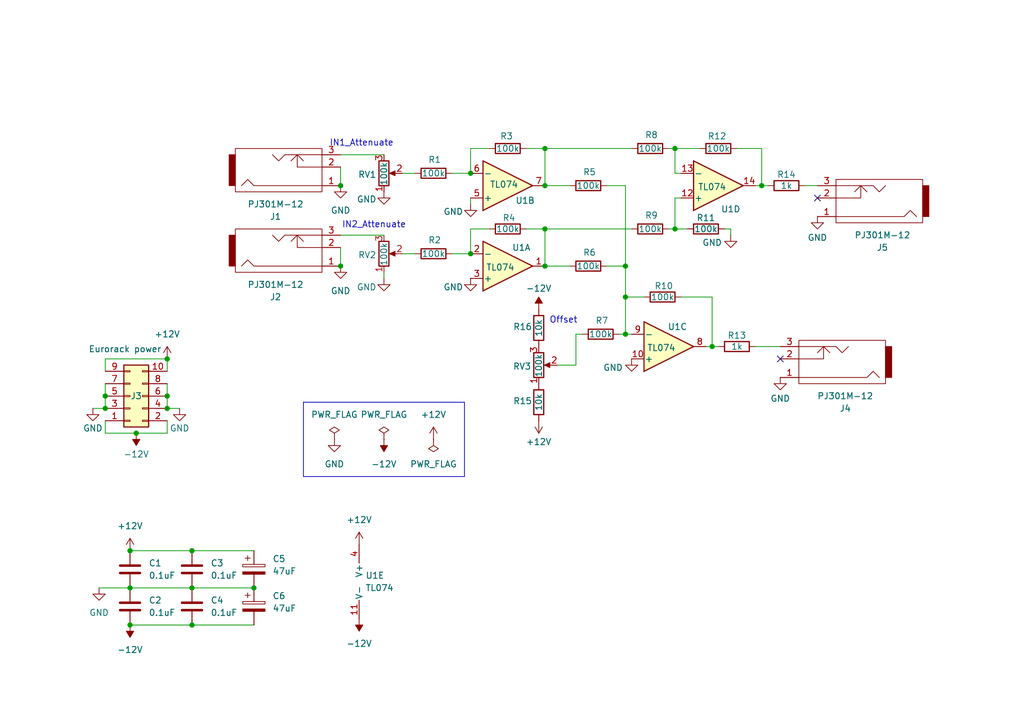
<source format=kicad_sch>
(kicad_sch (version 20231120) (generator "eeschema") (generator_version "8.0")
  (paper "A5")
  (title_block (title "Voltage Processor") (date "2024-08-06") (rev "0.3") (company "joppeboeve.nl"))
  (lib_symbols
    (symbol "Amplifier_Operational:TL074" (pin_names (offset 0.127))
      (property "Reference" "U" (at 0 5.08 0))
      (property "Value" "TL074" (at 0 -5.08 0))
      (symbol "TL074_1_1"
        (polyline (pts (xy -5.08 5.08) (xy 5.08 0) (xy -5.08 -5.08) (xy -5.08 5.08)) (stroke (width 0.254)) (fill (type background)))
        (pin output line (at 7.62 0 180) (length 2.54) (name "~") (number "1"))
        (pin input line (at -7.62 -2.54 0) (length 2.54) (name "-") (number "2"))
        (pin input line (at -7.62 2.54 0) (length 2.54) (name "+") (number "3"))
      )
      (symbol "TL074_2_1"
        (polyline (pts (xy -5.08 5.08) (xy 5.08 0) (xy -5.08 -5.08) (xy -5.08 5.08)) (stroke (width 0.254)) (fill (type background)))
        (pin input line (at -7.62 2.54 0) (length 2.54) (name "+") (number "5"))
        (pin input line (at -7.62 -2.54 0) (length 2.54) (name "-") (number "6"))
        (pin output line (at 7.62 0 180) (length 2.54) (name "~") (number "7"))
      )
      (symbol "TL074_3_1"
        (polyline (pts (xy -5.08 5.08) (xy 5.08 0) (xy -5.08 -5.08) (xy -5.08 5.08)) (stroke (width 0.254)) (fill (type background)))
        (pin input line (at -7.62 2.54 0) (length 2.54) (name "+") (number "10"))
        (pin output line (at 7.62 0 180) (length 2.54) (name "~") (number "8"))
        (pin input line (at -7.62 -2.54 0) (length 2.54) (name "-") (number "9"))
      )
      (symbol "TL074_4_1"
        (polyline (pts (xy -5.08 5.08) (xy 5.08 0) (xy -5.08 -5.08) (xy -5.08 5.08)) (stroke (width 0.254)) (fill (type background)))
        (pin input line (at -7.62 2.54 0) (length 2.54) (name "+") (number "12"))
        (pin input line (at -7.62 -2.54 0) (length 2.54) (name "-") (number "13"))
        (pin output line (at 7.62 0 180) (length 2.54) (name "~") (number "14"))
      )
      (symbol "TL074_5_1"
        (pin power_in line (at -2.54 -7.62 90) (length 3.81) (name "V-") (number "11"))
        (pin power_in line (at -2.54 7.62 270) (length 3.81) (name "V+") (number "4"))
      )
    )
    (symbol "Connector_Generic:Conn_02x05_Odd_Even" (pin_names (offset 1.016) hide)
      (property "Reference" "J" (at 1.27 7.62 0))
      (property "Value" "Conn_02x05_Odd_Even" (at 1.27 -7.62 0))
      (symbol "Conn_02x05_Odd_Even_1_1"
        (rectangle (start -1.27 -4.953) (end 0 -5.207) (stroke (width 0.1524)))
        (rectangle (start -1.27 -2.413) (end 0 -2.667) (stroke (width 0.1524)))
        (rectangle (start -1.27 0.127) (end 0 -0.127) (stroke (width 0.1524)))
        (rectangle (start -1.27 2.667) (end 0 2.413) (stroke (width 0.1524)))
        (rectangle (start -1.27 5.207) (end 0 4.953) (stroke (width 0.1524)))
        (rectangle (start -1.27 6.35) (end 3.81 -6.35) (stroke (width 0.254)) (fill (type background)))
        (rectangle (start 3.81 -4.953) (end 2.54 -5.207) (stroke (width 0.1524)))
        (rectangle (start 3.81 -2.413) (end 2.54 -2.667) (stroke (width 0.1524)))
        (rectangle (start 3.81 0.127) (end 2.54 -0.127) (stroke (width 0.1524)))
        (rectangle (start 3.81 2.667) (end 2.54 2.413) (stroke (width 0.1524)))
        (rectangle (start 3.81 5.207) (end 2.54 4.953) (stroke (width 0.1524)))
        (pin passive line (at -5.08 5.08 0) (length 3.81) (name "Pin_1") (number "1"))
        (pin passive line (at 7.62 -5.08 180) (length 3.81) (name "Pin_10") (number "10"))
        (pin passive line (at 7.62 5.08 180) (length 3.81) (name "Pin_2") (number "2"))
        (pin passive line (at -5.08 2.54 0) (length 3.81) (name "Pin_3") (number "3"))
        (pin passive line (at 7.62 2.54 180) (length 3.81) (name "Pin_4") (number "4"))
        (pin passive line (at -5.08 0 0) (length 3.81) (name "Pin_5") (number "5"))
        (pin passive line (at 7.62 0 180) (length 3.81) (name "Pin_6") (number "6"))
        (pin passive line (at -5.08 -2.54 0) (length 3.81) (name "Pin_7") (number "7"))
        (pin passive line (at 7.62 -2.54 180) (length 3.81) (name "Pin_8") (number "8"))
        (pin passive line (at -5.08 -5.08 0) (length 3.81) (name "Pin_9") (number "9"))
      )
    )
    (symbol "Device:C" (pin_numbers hide) (pin_names (offset 0.254))
      (property "Reference" "C" (at 0.635 2.54 0))
      (property "Value" "C" (at 0.635 -2.54 0))
      (symbol "C_0_1"
        (polyline (pts (xy -2.032 -0.762) (xy 2.032 -0.762)) (stroke (width 0.508)))
        (polyline (pts (xy -2.032 0.762) (xy 2.032 0.762)) (stroke (width 0.508)))
      )
      (symbol "C_1_1"
        (pin passive line (at 0 3.81 270) (length 2.794) (name "~") (number "1"))
        (pin passive line (at 0 -3.81 90) (length 2.794) (name "~") (number "2"))
      )
    )
    (symbol "Device:C_Polarized" (pin_numbers hide) (pin_names (offset 0.254))
      (property "Reference" "C" (at 0.635 2.54 0))
      (property "Value" "C_Polarized" (at 0.635 -2.54 0))
      (symbol "C_Polarized_0_1"
        (rectangle (start -2.286 0.508) (end 2.286 1.016))
        (polyline (pts (xy -1.778 2.286) (xy -0.762 2.286)))
        (polyline (pts (xy -1.27 2.794) (xy -1.27 1.778)))
        (rectangle (start 2.286 -0.508) (end -2.286 -1.016) (fill (type outline)))
      )
      (symbol "C_Polarized_1_1"
        (pin passive line (at 0 3.81 270) (length 2.794) (name "~") (number "1"))
        (pin passive line (at 0 -3.81 90) (length 2.794) (name "~") (number "2"))
      )
    )
    (symbol "Device:R" (pin_numbers hide) (pin_names (offset 0))
      (property "Reference" "R" (at 2.032 0 90))
      (property "Value" "R" (at 0 0 90))
      (symbol "R_0_1"
        (rectangle (start -1.016 -2.54) (end 1.016 2.54) (stroke (width 0.254)))
      )
      (symbol "R_1_1"
        (pin passive line (at 0 3.81 270) (length 1.27) (name "~") (number "1"))
        (pin passive line (at 0 -3.81 90) (length 1.27) (name "~") (number "2"))
      )
    )
    (symbol "Device:R_Potentiometer" (pin_names (offset 1.016) hide)
      (property "Reference" "RV" (at -4.445 0 90))
      (property "Value" "R_Potentiometer" (at -2.54 0 90))
      (symbol "R_Potentiometer_0_1"
        (polyline (pts (xy 2.54 0) (xy 1.524 0)))
        (polyline (pts (xy 1.143 0) (xy 2.286 0.508) (xy 2.286 -0.508) (xy 1.143 0)) (fill (type outline)))
        (rectangle (start 1.016 2.54) (end -1.016 -2.54) (stroke (width 0.254)))
      )
      (symbol "R_Potentiometer_1_1"
        (pin passive line (at 0 3.81 270) (length 1.27) (name "1") (number "1"))
        (pin passive line (at 3.81 0 180) (length 1.27) (name "2") (number "2"))
        (pin passive line (at 0 -3.81 90) (length 1.27) (name "3") (number "3"))
      )
    )
    (symbol "eurocad:PJ301M-12" (pin_names (offset 1.016))
      (property "Reference" "J" (at -8.89 -5.08 0))
      (property "Value" "PJ301M-12" (at -3.81 6.35 0))
      (symbol "PJ301M-12_0_1"
        (rectangle (start -11.43 3.81) (end -10.16 -2.54) (fill (type outline)))
        (polyline (pts (xy 3.81 0) (xy 7.62 0) (xy 7.62 0)))
        (polyline (pts (xy 0 -2.54) (xy -1.27 -1.27) (xy -2.54 -2.54) (xy -2.54 -2.54)))
        (polyline (pts (xy 0 -2.54) (xy 7.62 -2.54) (xy 7.62 -2.54) (xy 7.62 -2.54)))
        (polyline (pts (xy 1.27 -1.27) (xy 2.54 -2.54) (xy 3.81 -1.27) (xy 3.81 -1.27)))
        (polyline (pts (xy 3.81 0) (xy 2.54 0) (xy 2.54 -2.54) (xy 2.54 -2.54)))
        (polyline (pts (xy 7.62 3.81) (xy -6.35 3.81) (xy -7.62 2.54) (xy -8.89 3.81) (xy -8.89 3.81)))
        (rectangle (start 7.62 -3.81) (end -10.16 5.08))
      )
      (symbol "PJ301M-12_1_1"
        (pin passive line (at 11.43 3.81 180) (length 3.81) (name "~") (number "1"))
        (pin passive line (at 11.43 0 180) (length 3.81) (name "~") (number "2"))
        (pin passive line (at 11.43 -2.54 180) (length 3.81) (name "~") (number "3"))
      )
    )
    (symbol "power:+12V" (power) (pin_numbers hide) (pin_names (offset 0) hide)
      (property "Value" "+12V" (at 0 3.556 0))
      (symbol "+12V_0_1"
        (polyline (pts (xy -0.762 1.27) (xy 0 2.54)))
        (polyline (pts (xy 0 0) (xy 0 2.54)))
        (polyline (pts (xy 0 2.54) (xy 0.762 1.27)))
      )
      (symbol "+12V_1_1"
        (pin power_in line (at 0 0 90) (length 0) (name "~") (number "1"))
      )
    )
    (symbol "power:-12V" (power) (pin_numbers hide) (pin_names (offset 0) hide)
      (property "Value" "-12V" (at 0 3.556 0))
      (symbol "-12V_0_0"
        (pin power_in line (at 0 0 90) (length 0) (name "~") (number "1"))
      )
      (symbol "-12V_0_1"
        (polyline (pts (xy 0 0) (xy 0 1.27) (xy 0.762 1.27) (xy 0 2.54) (xy -0.762 1.27) (xy 0 1.27)) (fill (type outline)))
      )
    )
    (symbol "power:GND" (power) (pin_numbers hide) (pin_names (offset 0) hide)
      (property "Value" "GND" (at 0 -3.81 0))
      (symbol "GND_0_1"
        (polyline (pts (xy 0 0) (xy 0 -1.27) (xy 1.27 -1.27) (xy 0 -2.54) (xy -1.27 -1.27) (xy 0 -1.27)))
      )
      (symbol "GND_1_1"
        (pin power_in line (at 0 0 270) (length 0) (name "~") (number "1"))
      )
    )
    (symbol "power:PWR_FLAG" (power) (pin_numbers hide) (pin_names (offset 0) hide)
      (property "Value" "PWR_FLAG" (at 0 3.81 0))
      (symbol "PWR_FLAG_0_0"
        (pin power_out line (at 0 0 90) (length 0) (name "~") (number "1"))
      )
      (symbol "PWR_FLAG_0_1"
        (polyline (pts (xy 0 0) (xy 0 1.27) (xy -1.016 1.905) (xy 0 2.54) (xy 1.016 1.905) (xy 0 1.27)))
      )
    )
  )
  (junction (at 21.59 81.28))
  (junction (at 146.05 71.12))
  (junction (at 34.29 73.66))
  (junction (at 111.76 30.48))
  (junction (at 96.52 35.56))
  (junction (at 128.27 68.58))
  (junction (at 26.67 128.27))
  (junction (at 138.43 30.48))
  (junction (at 21.59 83.82))
  (junction (at 69.85 54.61))
  (junction (at 128.27 54.61))
  (junction (at 52.07 120.65))
  (junction (at 111.76 46.99))
  (junction (at 111.76 54.61))
  (junction (at 69.85 38.1))
  (junction (at 34.29 81.28))
  (junction (at 138.43 46.99))
  (junction (at 26.67 113.03))
  (junction (at 156.21 38.1))
  (junction (at 128.27 60.96))
  (junction (at 26.67 120.65))
  (junction (at 39.37 120.65))
  (junction (at 27.94 88.9))
  (junction (at 111.76 38.1))
  (junction (at 39.37 128.27))
  (junction (at 96.52 52.07))
  (junction (at 34.29 83.82))
  (junction (at 39.37 113.03))
  (no_connect (at 160.02 73.66))
  (no_connect (at 167.64 40.64))
  (wire (pts (xy 137.16 46.99) (xy 138.43 46.99)))
  (wire (pts (xy 118.11 68.58) (xy 119.38 68.58)))
  (wire (pts (xy 82.55 35.56) (xy 85.09 35.56)))
  (wire (pts (xy 111.76 38.1) (xy 116.84 38.1)))
  (wire (pts (xy 100.33 46.99) (xy 96.52 46.99)))
  (wire (pts (xy 138.43 30.48) (xy 138.43 35.56)))
  (wire (pts (xy 26.67 120.65) (xy 39.37 120.65)))
  (wire (pts (xy 21.59 73.66) (xy 34.29 73.66)))
  (wire (pts (xy 20.32 120.65) (xy 26.67 120.65)))
  (wire (pts (xy 21.59 88.9) (xy 21.59 86.36)))
  (wire (pts (xy 114.3 74.93) (xy 118.11 74.93)))
  (wire (pts (xy 107.95 30.48) (xy 111.76 30.48)))
  (wire (pts (xy 78.74 31.75) (xy 69.85 31.75)))
  (wire (pts (xy 111.76 30.48) (xy 111.76 38.1)))
  (wire (pts (xy 138.43 40.64) (xy 138.43 46.99)))
  (wire (pts (xy 138.43 40.64) (xy 139.7 40.64)))
  (wire (pts (xy 140.97 46.99) (xy 138.43 46.99)))
  (wire (pts (xy 118.11 68.58) (xy 118.11 74.93)))
  (wire (pts (xy 129.54 68.58) (xy 128.27 68.58)))
  (wire (pts (xy 19.05 83.82) (xy 21.59 83.82)))
  (wire (pts (xy 96.52 30.48) (xy 96.52 35.56)))
  (wire (pts (xy 146.05 71.12) (xy 147.32 71.12)))
  (wire (pts (xy 21.59 76.2) (xy 21.59 73.66)))
  (wire (pts (xy 146.05 60.96) (xy 146.05 71.12)))
  (wire (pts (xy 107.95 46.99) (xy 111.76 46.99)))
  (wire (pts (xy 137.16 30.48) (xy 138.43 30.48)))
  (wire (pts (xy 78.74 57.15) (xy 78.74 55.88)))
  (wire (pts (xy 34.29 73.66) (xy 34.29 76.2)))
  (wire (pts (xy 128.27 38.1) (xy 128.27 54.61)))
  (wire (pts (xy 128.27 60.96) (xy 128.27 68.58)))
  (wire (pts (xy 149.86 46.99) (xy 149.86 48.26)))
  (wire (pts (xy 128.27 60.96) (xy 132.08 60.96)))
  (wire (pts (xy 34.29 81.28) (xy 34.29 83.82)))
  (wire (pts (xy 128.27 54.61) (xy 124.46 54.61)))
  (polyline (pts (xy 62.23 82.55) (xy 62.23 97.79)))
  (wire (pts (xy 100.33 30.48) (xy 96.52 30.48)))
  (wire (pts (xy 149.86 46.99) (xy 148.59 46.99)))
  (wire (pts (xy 151.13 30.48) (xy 156.21 30.48)))
  (wire (pts (xy 92.71 35.56) (xy 96.52 35.56)))
  (polyline (pts (xy 62.23 97.79) (xy 95.25 97.79)))
  (wire (pts (xy 21.59 88.9) (xy 27.94 88.9)))
  (wire (pts (xy 111.76 46.99) (xy 129.54 46.99)))
  (wire (pts (xy 27.94 88.9) (xy 34.29 88.9)))
  (wire (pts (xy 154.94 71.12) (xy 160.02 71.12)))
  (wire (pts (xy 111.76 54.61) (xy 116.84 54.61)))
  (polyline (pts (xy 62.23 82.55) (xy 95.25 82.55)))
  (wire (pts (xy 69.85 34.29) (xy 69.85 38.1)))
  (wire (pts (xy 34.29 78.74) (xy 34.29 81.28)))
  (polyline (pts (xy 95.25 97.79) (xy 95.25 82.55)))
  (wire (pts (xy 26.67 128.27) (xy 39.37 128.27)))
  (wire (pts (xy 21.59 78.74) (xy 21.59 81.28)))
  (wire (pts (xy 127 68.58) (xy 128.27 68.58)))
  (wire (pts (xy 156.21 38.1) (xy 157.48 38.1)))
  (wire (pts (xy 92.71 52.07) (xy 96.52 52.07)))
  (wire (pts (xy 21.59 81.28) (xy 21.59 83.82)))
  (wire (pts (xy 139.7 60.96) (xy 146.05 60.96)))
  (wire (pts (xy 111.76 30.48) (xy 129.54 30.48)))
  (wire (pts (xy 111.76 46.99) (xy 111.76 54.61)))
  (wire (pts (xy 39.37 128.27) (xy 52.07 128.27)))
  (wire (pts (xy 69.85 48.26) (xy 78.74 48.26)))
  (wire (pts (xy 69.85 50.8) (xy 69.85 54.61)))
  (wire (pts (xy 156.21 38.1) (xy 154.94 38.1)))
  (wire (pts (xy 144.78 71.12) (xy 146.05 71.12)))
  (wire (pts (xy 128.27 38.1) (xy 124.46 38.1)))
  (wire (pts (xy 143.51 30.48) (xy 138.43 30.48)))
  (wire (pts (xy 156.21 30.48) (xy 156.21 38.1)))
  (wire (pts (xy 96.52 40.64) (xy 96.52 41.91)))
  (wire (pts (xy 128.27 54.61) (xy 128.27 60.96)))
  (wire (pts (xy 39.37 113.03) (xy 52.07 113.03)))
  (wire (pts (xy 26.67 113.03) (xy 39.37 113.03)))
  (wire (pts (xy 82.55 52.07) (xy 85.09 52.07)))
  (wire (pts (xy 34.29 86.36) (xy 34.29 88.9)))
  (wire (pts (xy 39.37 120.65) (xy 52.07 120.65)))
  (wire (pts (xy 138.43 35.56) (xy 139.7 35.56)))
  (wire (pts (xy 96.52 46.99) (xy 96.52 52.07)))
  (wire (pts (xy 165.1 38.1) (xy 167.64 38.1)))
  (wire (pts (xy 36.83 83.82) (xy 34.29 83.82)))
  (text "IN1_Attenuate" (at 74.168 29.464 0) (effects (font (size 1.27 1.27))))
  (text "Offset" (at 115.57 65.786 0) (effects (font (size 1.27 1.27))))
  (text "IN2_Attenuate" (at 76.708 46.228 0) (effects (font (size 1.27 1.27))))
  (symbol (lib_id "Device:R") (at 133.35 46.99 90) (unit 1)
    (property "Reference" "R9" (at 133.604 44.196 90))
    (property "Value" "100k" (at 133.35 46.99 90))
    (property "Footprint" "Resistor_THT:R_Axial_DIN0204_L3.6mm_D1.6mm_P7.62mm_Horizontal" (effects (hide yes)))
    (property "Description" "Resistor" (effects (hide yes)))
  )
  (symbol (lib_id "eurocad:PJ301M-12") (at 171.45 73.66 180) (unit 1)
    (property "Reference" "J4" (at 173.355 83.82 0))
    (property "Value" "PJ301M-12" (at 173.355 81.28 0))
    (property "Footprint" "Eurocad:PJ301M-12" (effects (hide yes)))
  )
  (symbol (lib_id "power:+12V") (at 110.49 86.36 180) (unit 1)
    (property "Reference" "#PWR016" (effects (hide yes)))
    (property "Value" "+12V" (at 110.49 90.678 0))
    (property "Description" "Power symbol creates a global label with name \"+12V\"" (effects (hide yes)))
  )
  (symbol (lib_id "power:GND") (at 78.74 39.37 0) (unit 1)
    (property "Reference" "#PWR06" (effects (hide yes)))
    (property "Value" "GND" (at 75.184 40.894 0))
    (property "Description" "Power symbol creates a global label with name \"GND\" , ground" (effects (hide yes)))
  )
  (symbol (lib_id "Device:C") (at 26.67 116.84 0) (unit 1)
    (property "Reference" "C1" (at 30.48 115.5699 0) (effects (justify left)))
    (property "Value" "0.1uF" (at 30.48 118.1099 0) (effects (justify left)))
    (property "Footprint" "Capacitor_THT:C_Disc_D5.0mm_W2.5mm_P2.50mm" (effects (hide yes)))
    (property "Description" "Unpolarized capacitor" (effects (hide yes)))
  )
  (symbol (lib_id "Device:C") (at 39.37 124.46 0) (unit 1)
    (property "Reference" "C4" (at 43.18 123.1899 0) (effects (justify left)))
    (property "Value" "0.1uF" (at 43.18 125.7299 0) (effects (justify left)))
    (property "Footprint" "Capacitor_THT:C_Disc_D5.0mm_W2.5mm_P2.50mm" (effects (hide yes)))
    (property "Description" "Unpolarized capacitor" (effects (hide yes)))
  )
  (symbol (lib_id "power:+12V") (at 34.29 73.66 0) (unit 1)
    (property "Reference" "#PWR014" (effects (hide yes)))
    (property "Value" "+12V" (at 34.29 68.58 0))
    (property "Description" "Power symbol creates a global label with name \"+12V\"" (effects (hide yes)))
  )
  (symbol (lib_id "power:GND") (at 68.58 90.17 0) (unit 1)
    (property "Reference" "#PWR019" (effects (hide yes)))
    (property "Value" "GND" (at 68.58 95.25 0))
    (property "Description" "Power symbol creates a global label with name \"GND\" , ground" (effects (hide yes)))
  )
  (symbol (lib_id "Device:R") (at 88.9 35.56 90) (unit 1)
    (property "Reference" "R1" (at 89.154 32.766 90))
    (property "Value" "100k" (at 88.9 35.56 90))
    (property "Footprint" "Resistor_THT:R_Axial_DIN0204_L3.6mm_D1.6mm_P7.62mm_Horizontal" (effects (hide yes)))
    (property "Description" "Resistor" (effects (hide yes)))
  )
  (symbol (lib_id "power:GND") (at 69.85 54.61 0) (unit 1)
    (property "Reference" "#PWR05" (effects (hide yes)))
    (property "Value" "GND" (at 69.85 59.69 0))
    (property "Description" "Power symbol creates a global label with name \"GND\" , ground" (effects (hide yes)))
  )
  (symbol (lib_id "Device:R") (at 120.65 38.1 90) (unit 1)
    (property "Reference" "R5" (at 120.904 35.306 90))
    (property "Value" "100k" (at 120.65 38.1 90))
    (property "Footprint" "Resistor_THT:R_Axial_DIN0204_L3.6mm_D1.6mm_P7.62mm_Horizontal" (effects (hide yes)))
    (property "Description" "Resistor" (effects (hide yes)))
  )
  (symbol (lib_id "Device:R") (at 123.19 68.58 90) (unit 1)
    (property "Reference" "R7" (at 123.444 65.786 90))
    (property "Value" "100k" (at 123.19 68.58 90))
    (property "Footprint" "Resistor_THT:R_Axial_DIN0204_L3.6mm_D1.6mm_P7.62mm_Horizontal" (effects (hide yes)))
    (property "Description" "Resistor" (effects (hide yes)))
  )
  (symbol (lib_id "Device:R") (at 120.65 54.61 90) (unit 1)
    (property "Reference" "R6" (at 120.904 51.816 90))
    (property "Value" "100k" (at 120.65 54.61 90))
    (property "Footprint" "Resistor_THT:R_Axial_DIN0204_L3.6mm_D1.6mm_P7.62mm_Horizontal" (effects (hide yes)))
    (property "Description" "Resistor" (effects (hide yes)))
  )
  (symbol (lib_id "eurocad:PJ301M-12") (at 58.42 50.8 0) (mirror x) (unit 1)
    (property "Reference" "J2" (at 56.515 60.96 0))
    (property "Value" "PJ301M-12" (at 56.515 58.42 0))
    (property "Footprint" "Eurocad:PJ301M-12" (effects (hide yes)))
  )
  (symbol (lib_id "Amplifier_Operational:TL074") (at 147.32 38.1 0) (mirror x) (unit 4)
    (property "Reference" "U1" (at 149.86 42.926 0))
    (property "Value" "TL074" (at 146.05 38.354 0))
    (property "Footprint" "Package_DIP:DIP-14_W7.62mm" (effects (hide yes)))
    (property "Datasheet" "http://www.ti.com/lit/ds/symlink/tl071.pdf" (effects (hide yes)))
    (property "Description" "Quad Low-Noise JFET-Input Operational Amplifiers, DIP-14/SOIC-14" (effects (hide yes)))
  )
  (symbol (lib_id "Device:C_Polarized") (at 52.07 124.46 0) (unit 1)
    (property "Reference" "C6" (at 55.88 122.3009 0) (effects (justify left)))
    (property "Value" "47uF" (at 55.88 124.8409 0) (effects (justify left)))
    (property "Footprint" "Capacitor_THT:CP_Radial_D5.0mm_P2.00mm" (effects (hide yes)))
    (property "Description" "Polarized capacitor" (effects (hide yes)))
  )
  (symbol (lib_id "power:-12V") (at 26.67 128.27 180) (unit 1)
    (property "Reference" "#PWR03" (effects (hide yes)))
    (property "Value" "-12V" (at 26.67 133.35 0))
    (property "Description" "Power symbol creates a global label with name \"-12V\"" (effects (hide yes)))
  )
  (symbol (lib_id "eurocad:PJ301M-12") (at 179.07 40.64 180) (unit 1)
    (property "Reference" "J5" (at 180.975 50.8 0))
    (property "Value" "PJ301M-12" (at 180.975 48.26 0))
    (property "Footprint" "Eurocad:PJ301M-12" (effects (hide yes)))
  )
  (symbol (lib_id "power:GND") (at 19.05 83.82 0) (unit 1)
    (property "Reference" "#PWR010" (effects (hide yes)))
    (property "Value" "GND" (at 19.05 87.884 0))
    (property "Description" "Power symbol creates a global label with name \"GND\" , ground" (effects (hide yes)))
  )
  (symbol (lib_id "power:PWR_FLAG") (at 78.74 90.17 0) (unit 1)
    (property "Reference" "#FLG02" (effects (hide yes)))
    (property "Value" "PWR_FLAG" (at 78.74 85.09 0))
    (property "Description" "Special symbol for telling ERC where power comes from" (effects (hide yes)))
  )
  (symbol (lib_id "Device:R") (at 104.14 30.48 90) (unit 1)
    (property "Reference" "R3" (at 103.886 27.94 90))
    (property "Value" "100k" (at 104.14 30.48 90))
    (property "Footprint" "Resistor_THT:R_Axial_DIN0204_L3.6mm_D1.6mm_P7.62mm_Horizontal" (effects (hide yes)))
    (property "Description" "Resistor" (effects (hide yes)))
  )
  (symbol (lib_id "Device:C") (at 26.67 124.46 0) (unit 1)
    (property "Reference" "C2" (at 30.48 123.1899 0) (effects (justify left)))
    (property "Value" "0.1uF" (at 30.48 125.7299 0) (effects (justify left)))
    (property "Footprint" "Capacitor_THT:C_Disc_D5.0mm_W2.5mm_P2.50mm" (effects (hide yes)))
    (property "Description" "Unpolarized capacitor" (effects (hide yes)))
  )
  (symbol (lib_id "power:-12V") (at 78.74 90.17 180) (unit 1)
    (property "Reference" "#PWR020" (effects (hide yes)))
    (property "Value" "-12V" (at 78.74 95.25 0))
    (property "Description" "Power symbol creates a global label with name \"-12V\"" (effects (hide yes)))
  )
  (symbol (lib_id "Device:R") (at 151.13 71.12 90) (unit 1)
    (property "Reference" "R13" (at 151.13 68.834 90))
    (property "Value" "1k" (at 151.13 71.12 90))
    (property "Footprint" "Resistor_THT:R_Axial_DIN0204_L3.6mm_D1.6mm_P7.62mm_Horizontal" (effects (hide yes)))
    (property "Description" "Resistor" (effects (hide yes)))
  )
  (symbol (lib_id "power:GND") (at 167.64 44.45 0) (unit 1)
    (property "Reference" "#PWR024" (effects (hide yes)))
    (property "Value" "GND" (at 167.64 48.768 0))
    (property "Description" "Power symbol creates a global label with name \"GND\" , ground" (effects (hide yes)))
  )
  (symbol (lib_id "power:GND") (at 149.86 48.26 0) (unit 1)
    (property "Reference" "#PWR021" (effects (hide yes)))
    (property "Value" "GND" (at 146.05 49.784 0))
    (property "Description" "Power symbol creates a global label with name \"GND\" , ground" (effects (hide yes)))
  )
  (symbol (lib_id "power:+12V") (at 73.66 111.76 0) (unit 1)
    (property "Reference" "#PWR08" (effects (hide yes)))
    (property "Value" "+12V" (at 73.66 106.68 0))
    (property "Description" "Power symbol creates a global label with name \"+12V\"" (effects (hide yes)))
  )
  (symbol (lib_id "power:GND") (at 36.83 83.82 0) (unit 1)
    (property "Reference" "#PWR017" (effects (hide yes)))
    (property "Value" "GND" (at 36.83 87.884 0))
    (property "Description" "Power symbol creates a global label with name \"GND\" , ground" (effects (hide yes)))
  )
  (symbol (lib_id "power:PWR_FLAG") (at 68.58 90.17 0) (unit 1)
    (property "Reference" "#FLG01" (effects (hide yes)))
    (property "Value" "PWR_FLAG" (at 68.58 85.09 0))
    (property "Description" "Special symbol for telling ERC where power comes from" (effects (hide yes)))
  )
  (symbol (lib_id "Amplifier_Operational:TL074") (at 104.14 38.1 0) (mirror x) (unit 2)
    (property "Reference" "U1" (at 107.696 41.148 0))
    (property "Value" "TL074" (at 103.378 37.846 0))
    (property "Footprint" "Package_DIP:DIP-14_W7.62mm" (effects (hide yes)))
    (property "Datasheet" "http://www.ti.com/lit/ds/symlink/tl071.pdf" (effects (hide yes)))
    (property "Description" "Quad Low-Noise JFET-Input Operational Amplifiers, DIP-14/SOIC-14" (effects (hide yes)))
  )
  (symbol (lib_id "power:-12V") (at 110.49 63.5 0) (unit 1)
    (property "Reference" "#PWR015" (effects (hide yes)))
    (property "Value" "-12V" (at 110.49 59.182 0))
    (property "Description" "Power symbol creates a global label with name \"-12V\"" (effects (hide yes)))
  )
  (symbol (lib_id "power:-12V") (at 73.66 127 180) (unit 1)
    (property "Reference" "#PWR09" (effects (hide yes)))
    (property "Value" "-12V" (at 73.66 132.08 0))
    (property "Description" "Power symbol creates a global label with name \"-12V\"" (effects (hide yes)))
  )
  (symbol (lib_id "Amplifier_Operational:TL074") (at 76.2 119.38 0) (unit 5)
    (property "Reference" "U1" (at 74.93 118.1099 0) (effects (justify left)))
    (property "Value" "TL074" (at 74.93 120.6499 0) (effects (justify left)))
    (property "Footprint" "Package_DIP:DIP-14_W7.62mm" (effects (hide yes)))
    (property "Datasheet" "http://www.ti.com/lit/ds/symlink/tl071.pdf" (effects (hide yes)))
    (property "Description" "Quad Low-Noise JFET-Input Operational Amplifiers, DIP-14/SOIC-14" (effects (hide yes)))
  )
  (symbol (lib_id "Device:R_Potentiometer") (at 78.74 52.07 0) (mirror x) (unit 1)
    (property "Reference" "RV2" (at 77.216 52.324 0) (effects (justify right)))
    (property "Value" "100k" (at 78.74 54.61 90) (effects (justify right)))
    (property "Footprint" "libararies:trimmer_alps-rk09k1130ah1" (effects (hide yes)))
    (property "Description" "Potentiometer" (effects (hide yes)))
  )
  (symbol (lib_id "power:GND") (at 20.32 120.65 0) (unit 1)
    (property "Reference" "#PWR01" (effects (hide yes)))
    (property "Value" "GND" (at 20.32 125.73 0))
    (property "Description" "Power symbol creates a global label with name \"GND\" , ground" (effects (hide yes)))
  )
  (symbol (lib_id "power:+12V") (at 26.67 113.03 0) (unit 1)
    (property "Reference" "#PWR02" (effects (hide yes)))
    (property "Value" "+12V" (at 26.67 107.95 0))
    (property "Description" "Power symbol creates a global label with name \"+12V\"" (effects (hide yes)))
  )
  (symbol (lib_id "power:GND") (at 69.85 38.1 0) (unit 1)
    (property "Reference" "#PWR04" (effects (hide yes)))
    (property "Value" "GND" (at 69.85 43.18 0))
    (property "Description" "Power symbol creates a global label with name \"GND\" , ground" (effects (hide yes)))
  )
  (symbol (lib_id "Device:R") (at 133.35 30.48 90) (unit 1)
    (property "Reference" "R8" (at 133.604 27.686 90))
    (property "Value" "100k" (at 133.35 30.48 90))
    (property "Footprint" "Resistor_THT:R_Axial_DIN0204_L3.6mm_D1.6mm_P7.62mm_Horizontal" (effects (hide yes)))
    (property "Description" "Resistor" (effects (hide yes)))
  )
  (symbol (lib_id "power:GND") (at 96.52 57.15 0) (unit 1)
    (property "Reference" "#PWR012" (effects (hide yes)))
    (property "Value" "GND" (at 92.964 58.928 0))
    (property "Description" "Power symbol creates a global label with name \"GND\" , ground" (effects (hide yes)))
  )
  (symbol (lib_id "power:GND") (at 129.54 73.66 0) (unit 1)
    (property "Reference" "#PWR018" (effects (hide yes)))
    (property "Value" "GND" (at 125.73 75.438 0))
    (property "Description" "Power symbol creates a global label with name \"GND\" , ground" (effects (hide yes)))
  )
  (symbol (lib_id "Device:R") (at 110.49 82.55 180) (unit 1)
    (property "Reference" "R15" (at 107.188 82.296 0))
    (property "Value" "10k" (at 110.49 82.55 90))
    (property "Footprint" "Resistor_THT:R_Axial_DIN0204_L3.6mm_D1.6mm_P7.62mm_Horizontal" (effects (hide yes)))
    (property "Description" "Resistor" (effects (hide yes)))
  )
  (symbol (lib_id "Amplifier_Operational:TL074") (at 104.14 54.61 0) (mirror x) (unit 1)
    (property "Reference" "U1" (at 106.934 50.8 0))
    (property "Value" "TL074" (at 102.616 54.864 0))
    (property "Footprint" "Package_DIP:DIP-14_W7.62mm" (effects (hide yes)))
    (property "Datasheet" "http://www.ti.com/lit/ds/symlink/tl071.pdf" (effects (hide yes)))
    (property "Description" "Quad Low-Noise JFET-Input Operational Amplifiers, DIP-14/SOIC-14" (effects (hide yes)))
  )
  (symbol (lib_id "eurocad:PJ301M-12") (at 58.42 34.29 0) (mirror x) (unit 1)
    (property "Reference" "J1" (at 56.515 44.45 0))
    (property "Value" "PJ301M-12" (at 56.515 41.91 0))
    (property "Footprint" "Eurocad:PJ301M-12" (effects (hide yes)))
  )
  (symbol (lib_id "Device:R") (at 147.32 30.48 90) (unit 1)
    (property "Reference" "R12" (at 147.066 27.94 90))
    (property "Value" "100k" (at 147.32 30.48 90))
    (property "Footprint" "Resistor_THT:R_Axial_DIN0204_L3.6mm_D1.6mm_P7.62mm_Horizontal" (effects (hide yes)))
    (property "Description" "Resistor" (effects (hide yes)))
  )
  (symbol (lib_id "Device:R") (at 144.78 46.99 270) (unit 1)
    (property "Reference" "R11" (at 144.78 44.704 90))
    (property "Value" "100k" (at 144.78 46.99 90))
    (property "Footprint" "Resistor_THT:R_Axial_DIN0204_L3.6mm_D1.6mm_P7.62mm_Horizontal" (effects (hide yes)))
    (property "Description" "Resistor" (effects (hide yes)))
  )
  (symbol (lib_id "power:+12V") (at 88.9 90.17 0) (unit 1)
    (property "Reference" "#PWR022" (effects (hide yes)))
    (property "Value" "+12V" (at 88.9 85.09 0))
    (property "Description" "Power symbol creates a global label with name \"+12V\"" (effects (hide yes)))
  )
  (symbol (lib_id "power:GND") (at 78.74 57.15 0) (unit 1)
    (property "Reference" "#PWR07" (effects (hide yes)))
    (property "Value" "GND" (at 75.184 58.928 0))
    (property "Description" "Power symbol creates a global label with name \"GND\" , ground" (effects (hide yes)))
  )
  (symbol (lib_id "Connector_Generic:Conn_02x05_Odd_Even") (at 26.67 81.28 0) (mirror x) (unit 1)
    (property "Reference" "J3" (at 27.94 81.28 0))
    (property "Value" "Eurorack power" (at 25.654 71.628 0))
    (property "Footprint" "Connector_IDC:IDC-Header_2x05_P2.54mm_Vertical" (effects (hide yes)))
    (property "Description" "Generic connector, double row, 02x05, odd/even pin numbering scheme (row 1 odd numbers, row 2 even numbers), script generated (kicad-library-utils/schlib/autogen/connector/)" (effects (hide yes)))
  )
  (symbol (lib_id "Device:C") (at 39.37 116.84 0) (unit 1)
    (property "Reference" "C3" (at 43.18 115.5699 0) (effects (justify left)))
    (property "Value" "0.1uF" (at 43.18 118.1099 0) (effects (justify left)))
    (property "Footprint" "Capacitor_THT:C_Disc_D5.0mm_W2.5mm_P2.50mm" (effects (hide yes)))
    (property "Description" "Unpolarized capacitor" (effects (hide yes)))
  )
  (symbol (lib_id "Device:R") (at 135.89 60.96 90) (unit 1)
    (property "Reference" "R10" (at 136.144 58.674 90))
    (property "Value" "100k" (at 135.89 60.96 90))
    (property "Footprint" "Resistor_THT:R_Axial_DIN0204_L3.6mm_D1.6mm_P7.62mm_Horizontal" (effects (hide yes)))
    (property "Description" "Resistor" (effects (hide yes)))
  )
  (symbol (lib_id "power:GND") (at 160.02 77.47 0) (unit 1)
    (property "Reference" "#PWR023" (effects (hide yes)))
    (property "Value" "GND" (at 160.02 81.788 0))
    (property "Description" "Power symbol creates a global label with name \"GND\" , ground" (effects (hide yes)))
  )
  (symbol (lib_id "Device:C_Polarized") (at 52.07 116.84 0) (unit 1)
    (property "Reference" "C5" (at 55.88 114.6809 0) (effects (justify left)))
    (property "Value" "47uF" (at 55.88 117.2209 0) (effects (justify left)))
    (property "Footprint" "Capacitor_THT:CP_Radial_D5.0mm_P2.00mm" (effects (hide yes)))
    (property "Description" "Polarized capacitor" (effects (hide yes)))
  )
  (symbol (lib_id "Amplifier_Operational:TL074") (at 137.16 71.12 0) (mirror x) (unit 3)
    (property "Reference" "U1" (at 138.938 67.056 0))
    (property "Value" "TL074" (at 135.636 71.374 0))
    (property "Footprint" "Package_DIP:DIP-14_W7.62mm" (effects (hide yes)))
    (property "Datasheet" "http://www.ti.com/lit/ds/symlink/tl071.pdf" (effects (hide yes)))
    (property "Description" "Quad Low-Noise JFET-Input Operational Amplifiers, DIP-14/SOIC-14" (effects (hide yes)))
  )
  (symbol (lib_id "Device:R") (at 161.29 38.1 90) (unit 1)
    (property "Reference" "R14" (at 161.29 35.814 90))
    (property "Value" "1k" (at 161.29 38.1 90))
    (property "Footprint" "Resistor_THT:R_Axial_DIN0204_L3.6mm_D1.6mm_P7.62mm_Horizontal" (effects (hide yes)))
    (property "Description" "Resistor" (effects (hide yes)))
  )
  (symbol (lib_id "power:-12V") (at 27.94 88.9 180) (unit 1)
    (property "Reference" "#PWR013" (effects (hide yes)))
    (property "Value" "-12V" (at 27.94 93.218 0))
    (property "Description" "Power symbol creates a global label with name \"-12V\"" (effects (hide yes)))
  )
  (symbol (lib_id "power:PWR_FLAG") (at 88.9 90.17 180) (unit 1)
    (property "Reference" "#FLG03" (effects (hide yes)))
    (property "Value" "PWR_FLAG" (at 88.9 95.25 0))
    (property "Description" "Special symbol for telling ERC where power comes from" (effects (hide yes)))
  )
  (symbol (lib_id "power:GND") (at 96.52 41.91 0) (unit 1)
    (property "Reference" "#PWR011" (effects (hide yes)))
    (property "Value" "GND" (at 92.964 43.434 0))
    (property "Description" "Power symbol creates a global label with name \"GND\" , ground" (effects (hide yes)))
  )
  (symbol (lib_id "Device:R") (at 110.49 67.31 180) (unit 1)
    (property "Reference" "R16" (at 107.188 67.056 0))
    (property "Value" "10k" (at 110.49 67.31 90))
    (property "Footprint" "Resistor_THT:R_Axial_DIN0204_L3.6mm_D1.6mm_P7.62mm_Horizontal" (effects (hide yes)))
    (property "Description" "Resistor" (effects (hide yes)))
  )
  (symbol (lib_id "Device:R_Potentiometer") (at 110.49 74.93 0) (mirror x) (unit 1)
    (property "Reference" "RV3" (at 108.966 75.184 0) (effects (justify right)))
    (property "Value" "100k" (at 110.49 77.47 90) (effects (justify right)))
    (property "Footprint" "libararies:trimmer_alps-rk09k1130ah1" (effects (hide yes)))
    (property "Description" "Potentiometer" (effects (hide yes)))
  )
  (symbol (lib_id "Device:R_Potentiometer") (at 78.74 35.56 0) (mirror x) (unit 1)
    (property "Reference" "RV1" (at 77.216 35.814 0) (effects (justify right)))
    (property "Value" "100k" (at 78.74 38.1 90) (effects (justify right)))
    (property "Footprint" "libararies:trimmer_alps-rk09k1130ah1" (effects (hide yes)))
    (property "Description" "Potentiometer" (effects (hide yes)))
  )
  (symbol (lib_id "Device:R") (at 104.14 46.99 90) (unit 1)
    (property "Reference" "R4" (at 104.394 44.704 90))
    (property "Value" "100k" (at 104.14 46.99 90))
    (property "Footprint" "Resistor_THT:R_Axial_DIN0204_L3.6mm_D1.6mm_P7.62mm_Horizontal" (effects (hide yes)))
    (property "Description" "Resistor" (effects (hide yes)))
  )
  (symbol (lib_id "Device:R") (at 88.9 52.07 90) (unit 1)
    (property "Reference" "R2" (at 89.154 49.276 90))
    (property "Value" "100k" (at 88.9 52.07 90))
    (property "Footprint" "Resistor_THT:R_Axial_DIN0204_L3.6mm_D1.6mm_P7.62mm_Horizontal" (effects (hide yes)))
    (property "Description" "Resistor" (effects (hide yes)))
  )
)
</source>
